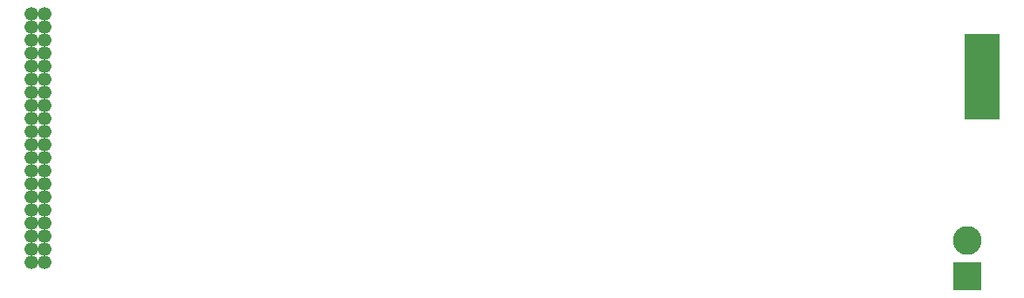
<source format=gbs>
G04 #@! TF.FileFunction,Soldermask,Bot*
%FSLAX46Y46*%
G04 Gerber Fmt 4.6, Leading zero omitted, Abs format (unit mm)*
G04 Created by KiCad (PCBNEW 4.0.4-stable) date Tue Sep 20 22:55:43 2016*
%MOMM*%
%LPD*%
G01*
G04 APERTURE LIST*
%ADD10C,0.100000*%
%ADD11C,2.800000*%
%ADD12R,2.800000X2.800000*%
%ADD13C,1.325000*%
%ADD14R,3.400000X8.400000*%
G04 APERTURE END LIST*
D10*
D11*
X254950000Y-110450000D03*
D12*
X254950000Y-113950000D03*
D13*
X164180000Y-88450000D03*
X165450000Y-88450000D03*
X164180000Y-89720000D03*
X165450000Y-89720000D03*
X164180000Y-90990000D03*
X165450000Y-90990000D03*
X164180000Y-92260000D03*
X165450000Y-92260000D03*
X164180000Y-93530000D03*
X165450000Y-93530000D03*
X164180000Y-94800000D03*
X165450000Y-94800000D03*
X164180000Y-96070000D03*
X165450000Y-96070000D03*
X164180000Y-97340000D03*
X165450000Y-97340000D03*
X164180000Y-98610000D03*
X165450000Y-98610000D03*
X164180000Y-99880000D03*
X165450000Y-99880000D03*
X164180000Y-101150000D03*
X165450000Y-101150000D03*
X164180000Y-102420000D03*
X165450000Y-102420000D03*
X164180000Y-103690000D03*
X165450000Y-103690000D03*
X164180000Y-104960000D03*
X165450000Y-104960000D03*
X164180000Y-106230000D03*
X165450000Y-106230000D03*
X164180000Y-107500000D03*
X165450000Y-107500000D03*
X164180000Y-108770000D03*
X165450000Y-108770000D03*
X164180000Y-110040000D03*
X165450000Y-110040000D03*
X164180000Y-111310000D03*
X165450000Y-111310000D03*
X164180000Y-112580000D03*
X165450000Y-112580000D03*
D14*
X256400000Y-94500000D03*
M02*

</source>
